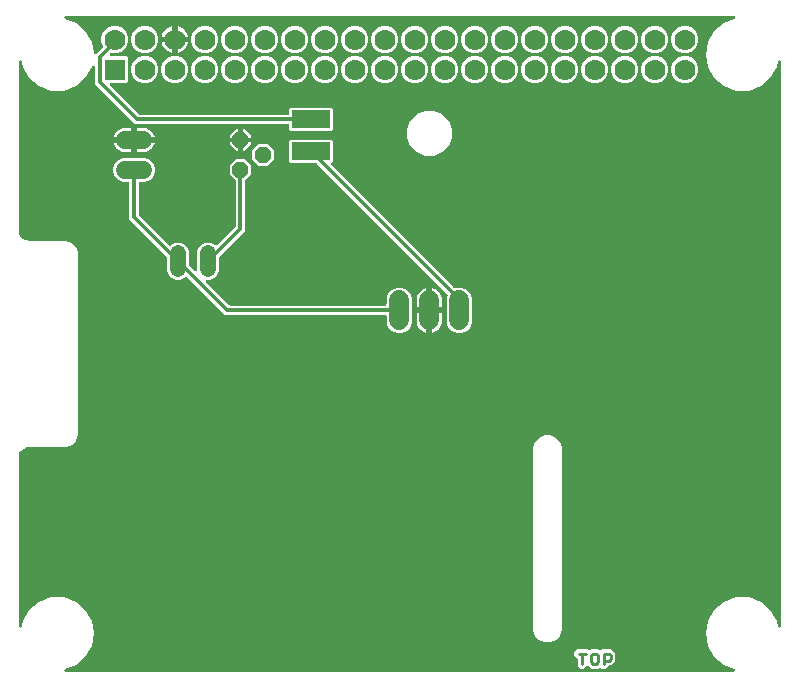
<source format=gbr>
G04 EAGLE Gerber RS-274X export*
G75*
%MOMM*%
%FSLAX34Y34*%
%LPD*%
%INTop Copper*%
%IPPOS*%
%AMOC8*
5,1,8,0,0,1.08239X$1,22.5*%
G01*
%ADD10C,0.254000*%
%ADD11R,1.778000X1.778000*%
%ADD12C,1.778000*%
%ADD13C,1.508000*%
%ADD14P,1.429621X8X292.500000*%
%ADD15C,1.320800*%
%ADD16C,1.676400*%
%ADD17R,3.200000X1.500000*%
%ADD18C,0.812800*%
%ADD19C,0.304800*%

G36*
X607873Y2553D02*
X607873Y2553D01*
X607970Y2556D01*
X608030Y2573D01*
X608092Y2581D01*
X608182Y2616D01*
X608276Y2643D01*
X608330Y2675D01*
X608387Y2698D01*
X608466Y2755D01*
X608550Y2804D01*
X608594Y2848D01*
X608645Y2884D01*
X608707Y2959D01*
X608776Y3028D01*
X608808Y3082D01*
X608848Y3129D01*
X608889Y3217D01*
X608939Y3301D01*
X608957Y3361D01*
X608983Y3417D01*
X609001Y3513D01*
X609029Y3606D01*
X609031Y3668D01*
X609043Y3729D01*
X609037Y3827D01*
X609040Y3924D01*
X609027Y3985D01*
X609023Y4047D01*
X608993Y4139D01*
X608972Y4235D01*
X608944Y4290D01*
X608925Y4349D01*
X608873Y4432D01*
X608829Y4519D01*
X608788Y4565D01*
X608755Y4618D01*
X608684Y4685D01*
X608620Y4758D01*
X608569Y4793D01*
X608523Y4836D01*
X608438Y4883D01*
X608358Y4938D01*
X608262Y4980D01*
X608245Y4990D01*
X608234Y4992D01*
X608210Y5003D01*
X599509Y8170D01*
X591267Y15086D01*
X585887Y24404D01*
X584019Y35000D01*
X585887Y45596D01*
X591267Y54914D01*
X599509Y61830D01*
X609620Y65510D01*
X620380Y65510D01*
X630491Y61830D01*
X638733Y54914D01*
X644113Y45596D01*
X644940Y40904D01*
X644954Y40858D01*
X644961Y40809D01*
X645001Y40706D01*
X645034Y40600D01*
X645060Y40559D01*
X645078Y40513D01*
X645143Y40424D01*
X645201Y40330D01*
X645236Y40296D01*
X645264Y40256D01*
X645350Y40185D01*
X645429Y40109D01*
X645472Y40084D01*
X645509Y40053D01*
X645609Y40006D01*
X645706Y39951D01*
X645753Y39939D01*
X645797Y39918D01*
X645906Y39897D01*
X646013Y39868D01*
X646062Y39867D01*
X646110Y39858D01*
X646220Y39865D01*
X646331Y39863D01*
X646378Y39875D01*
X646427Y39878D01*
X646532Y39912D01*
X646640Y39938D01*
X646683Y39961D01*
X646729Y39976D01*
X646823Y40035D01*
X646921Y40087D01*
X646957Y40120D01*
X646998Y40146D01*
X647074Y40227D01*
X647156Y40301D01*
X647183Y40342D01*
X647216Y40378D01*
X647270Y40475D01*
X647330Y40567D01*
X647346Y40613D01*
X647370Y40656D01*
X647397Y40763D01*
X647433Y40868D01*
X647437Y40917D01*
X647449Y40964D01*
X647459Y41125D01*
X647459Y518875D01*
X647453Y518924D01*
X647456Y518973D01*
X647433Y519081D01*
X647419Y519191D01*
X647401Y519236D01*
X647392Y519284D01*
X647343Y519384D01*
X647302Y519487D01*
X647274Y519526D01*
X647252Y519570D01*
X647181Y519654D01*
X647116Y519744D01*
X647078Y519775D01*
X647046Y519812D01*
X646956Y519876D01*
X646871Y519947D01*
X646826Y519968D01*
X646786Y519996D01*
X646683Y520035D01*
X646583Y520082D01*
X646535Y520091D01*
X646489Y520109D01*
X646379Y520121D01*
X646271Y520142D01*
X646222Y520139D01*
X646173Y520144D01*
X646064Y520129D01*
X645953Y520122D01*
X645907Y520107D01*
X645858Y520100D01*
X645756Y520058D01*
X645651Y520024D01*
X645609Y519998D01*
X645564Y519980D01*
X645476Y519913D01*
X645382Y519854D01*
X645348Y519818D01*
X645309Y519789D01*
X645240Y519703D01*
X645164Y519622D01*
X645140Y519580D01*
X645110Y519542D01*
X645064Y519441D01*
X645010Y519344D01*
X644998Y519297D01*
X644978Y519252D01*
X644940Y519096D01*
X644113Y514404D01*
X638733Y505086D01*
X630491Y498170D01*
X620380Y494490D01*
X609620Y494490D01*
X599509Y498170D01*
X591267Y505086D01*
X585887Y514404D01*
X584019Y525000D01*
X585887Y535596D01*
X591267Y544914D01*
X599509Y551830D01*
X608210Y554997D01*
X608297Y555042D01*
X608387Y555078D01*
X608438Y555114D01*
X608493Y555143D01*
X608566Y555207D01*
X608645Y555264D01*
X608684Y555312D01*
X608731Y555354D01*
X608785Y555434D01*
X608848Y555509D01*
X608874Y555566D01*
X608909Y555617D01*
X608942Y555709D01*
X608983Y555797D01*
X608995Y555858D01*
X609016Y555917D01*
X609025Y556014D01*
X609043Y556110D01*
X609039Y556172D01*
X609045Y556234D01*
X609029Y556330D01*
X609023Y556427D01*
X609004Y556486D01*
X608994Y556548D01*
X608955Y556637D01*
X608925Y556729D01*
X608892Y556782D01*
X608867Y556839D01*
X608807Y556916D01*
X608755Y556998D01*
X608710Y557041D01*
X608671Y557090D01*
X608594Y557149D01*
X608523Y557216D01*
X608469Y557246D01*
X608420Y557284D01*
X608330Y557323D01*
X608245Y557370D01*
X608185Y557385D01*
X608127Y557410D01*
X608031Y557425D01*
X607937Y557449D01*
X607833Y557456D01*
X607813Y557459D01*
X607802Y557458D01*
X607776Y557459D01*
X42224Y557459D01*
X42127Y557447D01*
X42030Y557444D01*
X41970Y557427D01*
X41908Y557419D01*
X41818Y557384D01*
X41724Y557357D01*
X41670Y557325D01*
X41613Y557302D01*
X41534Y557245D01*
X41450Y557196D01*
X41406Y557152D01*
X41355Y557116D01*
X41293Y557041D01*
X41224Y556972D01*
X41192Y556918D01*
X41152Y556871D01*
X41111Y556783D01*
X41061Y556699D01*
X41043Y556639D01*
X41017Y556583D01*
X40999Y556487D01*
X40971Y556394D01*
X40969Y556332D01*
X40957Y556271D01*
X40963Y556173D01*
X40960Y556076D01*
X40973Y556015D01*
X40977Y555953D01*
X41007Y555861D01*
X41028Y555765D01*
X41056Y555710D01*
X41075Y555651D01*
X41127Y555568D01*
X41171Y555481D01*
X41212Y555435D01*
X41245Y555382D01*
X41316Y555315D01*
X41380Y555242D01*
X41431Y555207D01*
X41477Y555164D01*
X41562Y555117D01*
X41642Y555062D01*
X41738Y555020D01*
X41755Y555010D01*
X41766Y555008D01*
X41790Y554997D01*
X50491Y551830D01*
X58733Y544914D01*
X64113Y535596D01*
X65729Y526429D01*
X65738Y526402D01*
X65740Y526373D01*
X65785Y526250D01*
X65823Y526126D01*
X65838Y526101D01*
X65848Y526074D01*
X65921Y525966D01*
X65990Y525855D01*
X66010Y525835D01*
X66026Y525811D01*
X66124Y525725D01*
X66218Y525634D01*
X66243Y525620D01*
X66265Y525601D01*
X66381Y525541D01*
X66495Y525477D01*
X66523Y525469D01*
X66548Y525456D01*
X66675Y525427D01*
X66802Y525393D01*
X66830Y525393D01*
X66858Y525386D01*
X66989Y525390D01*
X67120Y525388D01*
X67148Y525395D01*
X67176Y525396D01*
X67302Y525432D01*
X67429Y525463D01*
X67454Y525476D01*
X67482Y525484D01*
X67594Y525551D01*
X67710Y525612D01*
X67731Y525631D01*
X67756Y525646D01*
X67877Y525752D01*
X73216Y531092D01*
X73235Y531116D01*
X73257Y531135D01*
X73332Y531241D01*
X73411Y531343D01*
X73423Y531371D01*
X73440Y531395D01*
X73486Y531516D01*
X73538Y531635D01*
X73542Y531664D01*
X73553Y531692D01*
X73567Y531821D01*
X73588Y531949D01*
X73585Y531979D01*
X73588Y532008D01*
X73570Y532137D01*
X73558Y532266D01*
X73548Y532294D01*
X73544Y532323D01*
X73492Y532475D01*
X72269Y535426D01*
X72269Y539974D01*
X74009Y544175D01*
X77225Y547391D01*
X81426Y549131D01*
X85974Y549131D01*
X90175Y547391D01*
X93391Y544175D01*
X95131Y539974D01*
X95131Y535426D01*
X93391Y531225D01*
X90175Y528009D01*
X85974Y526269D01*
X81426Y526269D01*
X81124Y526395D01*
X81095Y526402D01*
X81069Y526416D01*
X80942Y526444D01*
X80817Y526479D01*
X80787Y526479D01*
X80759Y526485D01*
X80629Y526482D01*
X80499Y526484D01*
X80470Y526477D01*
X80441Y526476D01*
X80316Y526440D01*
X80190Y526409D01*
X80164Y526396D01*
X80135Y526387D01*
X80023Y526321D01*
X79909Y526261D01*
X79887Y526241D01*
X79861Y526226D01*
X79740Y526119D01*
X79518Y525897D01*
X79433Y525788D01*
X79345Y525681D01*
X79336Y525662D01*
X79324Y525646D01*
X79268Y525518D01*
X79209Y525393D01*
X79205Y525373D01*
X79197Y525354D01*
X79175Y525216D01*
X79149Y525080D01*
X79151Y525060D01*
X79147Y525040D01*
X79160Y524901D01*
X79169Y524763D01*
X79175Y524744D01*
X79177Y524724D01*
X79224Y524592D01*
X79267Y524461D01*
X79278Y524443D01*
X79285Y524424D01*
X79363Y524309D01*
X79437Y524192D01*
X79452Y524178D01*
X79463Y524161D01*
X79567Y524069D01*
X79669Y523974D01*
X79687Y523964D01*
X79702Y523951D01*
X79826Y523887D01*
X79947Y523820D01*
X79967Y523815D01*
X79985Y523806D01*
X80121Y523776D01*
X80255Y523741D01*
X80283Y523739D01*
X80295Y523736D01*
X80316Y523737D01*
X80416Y523731D01*
X93642Y523731D01*
X95131Y522242D01*
X95131Y502358D01*
X93642Y500869D01*
X80416Y500869D01*
X80278Y500852D01*
X80140Y500839D01*
X80121Y500832D01*
X80100Y500829D01*
X79971Y500778D01*
X79840Y500731D01*
X79824Y500720D01*
X79805Y500712D01*
X79693Y500631D01*
X79577Y500553D01*
X79564Y500537D01*
X79547Y500526D01*
X79459Y500418D01*
X79367Y500314D01*
X79358Y500296D01*
X79345Y500281D01*
X79285Y500155D01*
X79222Y500031D01*
X79218Y500011D01*
X79209Y499993D01*
X79183Y499857D01*
X79152Y499721D01*
X79153Y499700D01*
X79149Y499681D01*
X79158Y499542D01*
X79162Y499403D01*
X79168Y499383D01*
X79169Y499363D01*
X79212Y499231D01*
X79251Y499097D01*
X79261Y499080D01*
X79267Y499061D01*
X79341Y498943D01*
X79412Y498823D01*
X79431Y498802D01*
X79437Y498792D01*
X79452Y498778D01*
X79518Y498703D01*
X103785Y474436D01*
X103863Y474376D01*
X103935Y474308D01*
X103988Y474279D01*
X104036Y474242D01*
X104127Y474202D01*
X104213Y474154D01*
X104272Y474139D01*
X104328Y474115D01*
X104426Y474100D01*
X104521Y474075D01*
X104621Y474069D01*
X104642Y474065D01*
X104654Y474067D01*
X104682Y474065D01*
X230190Y474065D01*
X230308Y474080D01*
X230427Y474087D01*
X230465Y474100D01*
X230506Y474105D01*
X230616Y474148D01*
X230729Y474185D01*
X230764Y474207D01*
X230801Y474222D01*
X230897Y474291D01*
X230998Y474355D01*
X231026Y474385D01*
X231059Y474408D01*
X231135Y474500D01*
X231216Y474587D01*
X231236Y474622D01*
X231261Y474653D01*
X231312Y474761D01*
X231370Y474865D01*
X231380Y474905D01*
X231397Y474941D01*
X231419Y475058D01*
X231449Y475173D01*
X231453Y475233D01*
X231457Y475253D01*
X231455Y475274D01*
X231459Y475334D01*
X231459Y478552D01*
X232948Y480041D01*
X267052Y480041D01*
X268541Y478552D01*
X268541Y461448D01*
X267052Y459959D01*
X232948Y459959D01*
X231459Y461448D01*
X231459Y464666D01*
X231444Y464784D01*
X231437Y464903D01*
X231424Y464941D01*
X231419Y464982D01*
X231376Y465092D01*
X231339Y465205D01*
X231317Y465240D01*
X231302Y465277D01*
X231233Y465373D01*
X231169Y465474D01*
X231139Y465502D01*
X231116Y465535D01*
X231024Y465611D01*
X230937Y465692D01*
X230902Y465712D01*
X230871Y465737D01*
X230763Y465788D01*
X230659Y465846D01*
X230619Y465856D01*
X230583Y465873D01*
X230466Y465895D01*
X230351Y465925D01*
X230291Y465929D01*
X230271Y465933D01*
X230250Y465931D01*
X230190Y465935D01*
X100789Y465935D01*
X66681Y500043D01*
X66681Y514463D01*
X66675Y514512D01*
X66678Y514560D01*
X66655Y514669D01*
X66641Y514779D01*
X66623Y514824D01*
X66614Y514872D01*
X66565Y514971D01*
X66524Y515074D01*
X66496Y515114D01*
X66474Y515158D01*
X66403Y515242D01*
X66338Y515332D01*
X66300Y515363D01*
X66268Y515400D01*
X66178Y515464D01*
X66093Y515534D01*
X66048Y515555D01*
X66008Y515584D01*
X65905Y515623D01*
X65805Y515670D01*
X65757Y515679D01*
X65711Y515697D01*
X65601Y515709D01*
X65493Y515730D01*
X65444Y515727D01*
X65395Y515732D01*
X65286Y515717D01*
X65175Y515710D01*
X65129Y515695D01*
X65080Y515688D01*
X64978Y515646D01*
X64873Y515612D01*
X64831Y515586D01*
X64786Y515567D01*
X64697Y515501D01*
X64604Y515442D01*
X64570Y515406D01*
X64531Y515377D01*
X64462Y515291D01*
X64386Y515210D01*
X64362Y515167D01*
X64332Y515129D01*
X64286Y515029D01*
X64232Y514932D01*
X64220Y514884D01*
X64200Y514840D01*
X64162Y514683D01*
X64113Y514404D01*
X58733Y505086D01*
X50491Y498170D01*
X40380Y494490D01*
X29620Y494490D01*
X19509Y498170D01*
X11267Y505086D01*
X5887Y514404D01*
X5060Y519096D01*
X5046Y519142D01*
X5039Y519191D01*
X4999Y519294D01*
X4966Y519400D01*
X4940Y519441D01*
X4922Y519487D01*
X4857Y519576D01*
X4799Y519670D01*
X4764Y519704D01*
X4736Y519744D01*
X4650Y519815D01*
X4571Y519891D01*
X4528Y519916D01*
X4491Y519947D01*
X4391Y519994D01*
X4294Y520049D01*
X4247Y520061D01*
X4203Y520082D01*
X4094Y520103D01*
X3987Y520132D01*
X3938Y520133D01*
X3890Y520142D01*
X3780Y520135D01*
X3669Y520137D01*
X3622Y520125D01*
X3573Y520122D01*
X3468Y520088D01*
X3360Y520062D01*
X3317Y520039D01*
X3271Y520024D01*
X3177Y519965D01*
X3079Y519913D01*
X3043Y519880D01*
X3002Y519854D01*
X2926Y519773D01*
X2844Y519699D01*
X2817Y519658D01*
X2784Y519622D01*
X2731Y519526D01*
X2670Y519433D01*
X2654Y519387D01*
X2630Y519344D01*
X2603Y519237D01*
X2567Y519132D01*
X2563Y519083D01*
X2551Y519036D01*
X2541Y518875D01*
X2541Y375000D01*
X2543Y374980D01*
X2547Y374875D01*
X2666Y373668D01*
X2689Y373564D01*
X2704Y373459D01*
X2732Y373379D01*
X2736Y373358D01*
X2744Y373344D01*
X2756Y373307D01*
X3681Y371075D01*
X3685Y371067D01*
X3688Y371058D01*
X3764Y370928D01*
X3838Y370799D01*
X3845Y370792D01*
X3849Y370784D01*
X3956Y370664D01*
X5663Y368956D01*
X5671Y368950D01*
X5677Y368943D01*
X5796Y368853D01*
X5915Y368761D01*
X5923Y368757D01*
X5931Y368751D01*
X6075Y368681D01*
X8307Y367756D01*
X8409Y367728D01*
X8509Y367692D01*
X8592Y367678D01*
X8613Y367672D01*
X8629Y367672D01*
X8668Y367666D01*
X9876Y367547D01*
X9895Y367547D01*
X10000Y367541D01*
X42495Y367541D01*
X47104Y365632D01*
X50632Y362104D01*
X52541Y357495D01*
X52541Y202505D01*
X50632Y197896D01*
X47104Y194368D01*
X42495Y192459D01*
X10000Y192459D01*
X9980Y192457D01*
X9876Y192453D01*
X8668Y192334D01*
X8564Y192311D01*
X8459Y192296D01*
X8379Y192268D01*
X8358Y192264D01*
X8344Y192256D01*
X8307Y192244D01*
X6075Y191319D01*
X6067Y191315D01*
X6058Y191312D01*
X5928Y191236D01*
X5799Y191162D01*
X5792Y191155D01*
X5784Y191151D01*
X5664Y191044D01*
X3956Y189336D01*
X3950Y189329D01*
X3943Y189323D01*
X3853Y189204D01*
X3761Y189085D01*
X3757Y189077D01*
X3751Y189069D01*
X3681Y188925D01*
X2756Y186693D01*
X2728Y186591D01*
X2692Y186491D01*
X2678Y186408D01*
X2672Y186387D01*
X2672Y186371D01*
X2666Y186332D01*
X2547Y185124D01*
X2547Y185105D01*
X2541Y185000D01*
X2541Y41125D01*
X2547Y41076D01*
X2544Y41027D01*
X2567Y40919D01*
X2581Y40809D01*
X2599Y40764D01*
X2608Y40716D01*
X2657Y40616D01*
X2698Y40513D01*
X2726Y40474D01*
X2748Y40430D01*
X2819Y40346D01*
X2884Y40256D01*
X2922Y40225D01*
X2954Y40188D01*
X3044Y40124D01*
X3129Y40053D01*
X3174Y40033D01*
X3214Y40004D01*
X3317Y39965D01*
X3417Y39918D01*
X3465Y39909D01*
X3511Y39891D01*
X3621Y39879D01*
X3729Y39858D01*
X3778Y39861D01*
X3827Y39856D01*
X3936Y39871D01*
X4047Y39878D01*
X4093Y39893D01*
X4142Y39900D01*
X4244Y39942D01*
X4349Y39976D01*
X4391Y40002D01*
X4436Y40021D01*
X4524Y40087D01*
X4618Y40146D01*
X4652Y40182D01*
X4691Y40211D01*
X4760Y40297D01*
X4836Y40378D01*
X4860Y40420D01*
X4890Y40458D01*
X4936Y40559D01*
X4990Y40656D01*
X5002Y40703D01*
X5022Y40748D01*
X5060Y40904D01*
X5887Y45596D01*
X11267Y54914D01*
X19509Y61830D01*
X29620Y65510D01*
X40380Y65510D01*
X50491Y61830D01*
X58733Y54914D01*
X64113Y45596D01*
X65981Y35000D01*
X64113Y24404D01*
X58733Y15086D01*
X50491Y8170D01*
X41790Y5003D01*
X41703Y4958D01*
X41613Y4922D01*
X41562Y4886D01*
X41507Y4857D01*
X41434Y4793D01*
X41355Y4736D01*
X41315Y4688D01*
X41269Y4646D01*
X41215Y4566D01*
X41152Y4491D01*
X41126Y4434D01*
X41091Y4383D01*
X41058Y4291D01*
X41017Y4203D01*
X41005Y4142D01*
X40984Y4083D01*
X40975Y3986D01*
X40957Y3890D01*
X40961Y3828D01*
X40955Y3766D01*
X40971Y3670D01*
X40977Y3573D01*
X40996Y3514D01*
X41006Y3452D01*
X41045Y3363D01*
X41075Y3271D01*
X41108Y3218D01*
X41133Y3161D01*
X41193Y3084D01*
X41245Y3002D01*
X41290Y2959D01*
X41329Y2910D01*
X41406Y2851D01*
X41477Y2784D01*
X41531Y2754D01*
X41580Y2716D01*
X41670Y2677D01*
X41755Y2630D01*
X41815Y2615D01*
X41873Y2590D01*
X41969Y2575D01*
X42063Y2551D01*
X42167Y2544D01*
X42187Y2541D01*
X42198Y2542D01*
X42224Y2541D01*
X607776Y2541D01*
X607873Y2553D01*
G37*
%LPC*%
G36*
X322427Y289095D02*
X322427Y289095D01*
X318413Y290758D01*
X315340Y293831D01*
X313677Y297845D01*
X313677Y303066D01*
X313662Y303184D01*
X313655Y303303D01*
X313642Y303341D01*
X313637Y303382D01*
X313594Y303492D01*
X313557Y303605D01*
X313535Y303640D01*
X313520Y303677D01*
X313451Y303773D01*
X313387Y303874D01*
X313357Y303902D01*
X313334Y303935D01*
X313242Y304011D01*
X313155Y304092D01*
X313120Y304112D01*
X313089Y304137D01*
X312981Y304188D01*
X312877Y304246D01*
X312837Y304256D01*
X312801Y304273D01*
X312684Y304295D01*
X312569Y304325D01*
X312509Y304329D01*
X312489Y304333D01*
X312468Y304331D01*
X312408Y304335D01*
X177216Y304335D01*
X145092Y336460D01*
X144997Y336533D01*
X144908Y336612D01*
X144872Y336630D01*
X144840Y336655D01*
X144731Y336702D01*
X144625Y336756D01*
X144586Y336765D01*
X144548Y336781D01*
X144431Y336800D01*
X144315Y336826D01*
X144274Y336825D01*
X144234Y336831D01*
X144116Y336820D01*
X143997Y336816D01*
X143958Y336805D01*
X143918Y336801D01*
X143806Y336761D01*
X143691Y336728D01*
X143657Y336707D01*
X143618Y336694D01*
X143520Y336627D01*
X143417Y336566D01*
X143372Y336527D01*
X143355Y336515D01*
X143342Y336500D01*
X143297Y336460D01*
X142480Y335643D01*
X139119Y334251D01*
X135481Y334251D01*
X132120Y335643D01*
X129547Y338216D01*
X128155Y341577D01*
X128155Y352871D01*
X128143Y352969D01*
X128140Y353068D01*
X128123Y353126D01*
X128115Y353186D01*
X128079Y353278D01*
X128051Y353373D01*
X128021Y353426D01*
X127998Y353482D01*
X127940Y353562D01*
X127890Y353647D01*
X127824Y353723D01*
X127812Y353739D01*
X127802Y353747D01*
X127784Y353768D01*
X95935Y385616D01*
X95935Y415950D01*
X95920Y416068D01*
X95913Y416187D01*
X95900Y416225D01*
X95895Y416266D01*
X95852Y416376D01*
X95815Y416489D01*
X95793Y416524D01*
X95778Y416561D01*
X95709Y416657D01*
X95645Y416758D01*
X95615Y416786D01*
X95592Y416819D01*
X95500Y416895D01*
X95413Y416976D01*
X95378Y416996D01*
X95347Y417021D01*
X95239Y417072D01*
X95135Y417130D01*
X95095Y417140D01*
X95059Y417157D01*
X94942Y417179D01*
X94827Y417209D01*
X94767Y417213D01*
X94747Y417217D01*
X94726Y417215D01*
X94666Y417219D01*
X90455Y417219D01*
X86750Y418754D01*
X83914Y421590D01*
X82379Y425295D01*
X82379Y429305D01*
X83914Y433010D01*
X86750Y435846D01*
X90455Y437381D01*
X109545Y437381D01*
X113250Y435846D01*
X116086Y433010D01*
X117621Y429305D01*
X117621Y425295D01*
X116086Y421590D01*
X113250Y418754D01*
X109545Y417219D01*
X105334Y417219D01*
X105216Y417204D01*
X105097Y417197D01*
X105059Y417184D01*
X105018Y417179D01*
X104908Y417136D01*
X104795Y417099D01*
X104760Y417077D01*
X104723Y417062D01*
X104627Y416993D01*
X104526Y416929D01*
X104498Y416899D01*
X104465Y416876D01*
X104389Y416784D01*
X104308Y416697D01*
X104288Y416662D01*
X104263Y416631D01*
X104212Y416523D01*
X104154Y416419D01*
X104144Y416379D01*
X104127Y416343D01*
X104105Y416226D01*
X104075Y416111D01*
X104071Y416051D01*
X104067Y416031D01*
X104069Y416010D01*
X104065Y415950D01*
X104065Y389509D01*
X104077Y389411D01*
X104080Y389312D01*
X104097Y389254D01*
X104105Y389194D01*
X104141Y389102D01*
X104169Y389007D01*
X104199Y388955D01*
X104222Y388898D01*
X104280Y388818D01*
X104330Y388733D01*
X104396Y388657D01*
X104408Y388641D01*
X104418Y388633D01*
X104436Y388612D01*
X129508Y363540D01*
X129603Y363467D01*
X129692Y363388D01*
X129728Y363370D01*
X129760Y363345D01*
X129869Y363298D01*
X129975Y363244D01*
X130014Y363235D01*
X130052Y363219D01*
X130169Y363200D01*
X130285Y363174D01*
X130326Y363175D01*
X130366Y363169D01*
X130484Y363180D01*
X130603Y363184D01*
X130642Y363195D01*
X130682Y363199D01*
X130794Y363239D01*
X130909Y363272D01*
X130943Y363293D01*
X130982Y363306D01*
X131080Y363373D01*
X131183Y363434D01*
X131228Y363473D01*
X131245Y363485D01*
X131258Y363500D01*
X131303Y363540D01*
X132120Y364357D01*
X135481Y365749D01*
X139119Y365749D01*
X142480Y364357D01*
X145053Y361784D01*
X146445Y358423D01*
X146445Y347129D01*
X146457Y347031D01*
X146460Y346932D01*
X146477Y346874D01*
X146485Y346814D01*
X146521Y346722D01*
X146549Y346627D01*
X146579Y346574D01*
X146602Y346518D01*
X146660Y346438D01*
X146710Y346353D01*
X146776Y346277D01*
X146788Y346261D01*
X146798Y346253D01*
X146816Y346232D01*
X151389Y341660D01*
X151498Y341575D01*
X151605Y341486D01*
X151624Y341477D01*
X151640Y341465D01*
X151768Y341409D01*
X151893Y341350D01*
X151913Y341347D01*
X151932Y341339D01*
X152070Y341317D01*
X152206Y341291D01*
X152226Y341292D01*
X152246Y341289D01*
X152385Y341302D01*
X152523Y341310D01*
X152542Y341317D01*
X152562Y341319D01*
X152694Y341366D01*
X152825Y341408D01*
X152843Y341419D01*
X152862Y341426D01*
X152977Y341504D01*
X153094Y341579D01*
X153108Y341593D01*
X153125Y341605D01*
X153217Y341709D01*
X153312Y341810D01*
X153322Y341828D01*
X153335Y341843D01*
X153399Y341967D01*
X153466Y342089D01*
X153471Y342108D01*
X153480Y342126D01*
X153510Y342262D01*
X153545Y342397D01*
X153547Y342425D01*
X153550Y342437D01*
X153549Y342457D01*
X153555Y342557D01*
X153555Y358423D01*
X154947Y361784D01*
X157520Y364357D01*
X160881Y365749D01*
X164519Y365749D01*
X167880Y364357D01*
X168697Y363540D01*
X168791Y363467D01*
X168880Y363388D01*
X168916Y363370D01*
X168948Y363345D01*
X169057Y363298D01*
X169163Y363244D01*
X169203Y363235D01*
X169240Y363219D01*
X169358Y363200D01*
X169473Y363174D01*
X169514Y363175D01*
X169554Y363169D01*
X169672Y363180D01*
X169791Y363184D01*
X169830Y363195D01*
X169870Y363199D01*
X169983Y363239D01*
X170097Y363272D01*
X170132Y363293D01*
X170170Y363306D01*
X170268Y363373D01*
X170371Y363434D01*
X170416Y363473D01*
X170433Y363485D01*
X170446Y363500D01*
X170492Y363540D01*
X185564Y378612D01*
X185624Y378690D01*
X185692Y378762D01*
X185712Y378798D01*
X185736Y378827D01*
X185744Y378845D01*
X185758Y378863D01*
X185798Y378954D01*
X185846Y379041D01*
X185857Y379083D01*
X185872Y379115D01*
X185875Y379132D01*
X185885Y379155D01*
X185900Y379253D01*
X185925Y379349D01*
X185929Y379418D01*
X185931Y379427D01*
X185931Y379437D01*
X185931Y379449D01*
X185935Y379469D01*
X185933Y379481D01*
X185935Y379509D01*
X185935Y417906D01*
X185923Y418005D01*
X185920Y418104D01*
X185903Y418162D01*
X185895Y418222D01*
X185859Y418314D01*
X185831Y418409D01*
X185801Y418461D01*
X185778Y418518D01*
X185720Y418598D01*
X185670Y418683D01*
X185604Y418758D01*
X185592Y418775D01*
X185582Y418783D01*
X185564Y418804D01*
X180855Y423512D01*
X180855Y431088D01*
X186212Y436445D01*
X193788Y436445D01*
X199145Y431088D01*
X199145Y423512D01*
X194436Y418804D01*
X194376Y418726D01*
X194308Y418654D01*
X194279Y418601D01*
X194242Y418553D01*
X194202Y418462D01*
X194154Y418375D01*
X194139Y418316D01*
X194115Y418261D01*
X194100Y418163D01*
X194075Y418067D01*
X194069Y417967D01*
X194065Y417947D01*
X194067Y417934D01*
X194065Y417906D01*
X194065Y375616D01*
X191312Y372864D01*
X172216Y353768D01*
X172156Y353690D01*
X172088Y353618D01*
X172059Y353565D01*
X172022Y353517D01*
X171982Y353426D01*
X171934Y353339D01*
X171919Y353281D01*
X171895Y353225D01*
X171880Y353127D01*
X171855Y353031D01*
X171850Y352946D01*
X171847Y352934D01*
X171848Y352926D01*
X171845Y352911D01*
X171847Y352899D01*
X171845Y352871D01*
X171845Y341577D01*
X170453Y338216D01*
X167880Y335643D01*
X164519Y334251D01*
X161861Y334251D01*
X161724Y334234D01*
X161585Y334221D01*
X161566Y334214D01*
X161546Y334211D01*
X161417Y334160D01*
X161286Y334113D01*
X161269Y334102D01*
X161250Y334094D01*
X161138Y334013D01*
X161023Y333935D01*
X161009Y333919D01*
X160993Y333908D01*
X160904Y333800D01*
X160812Y333696D01*
X160803Y333678D01*
X160790Y333663D01*
X160731Y333537D01*
X160668Y333413D01*
X160663Y333393D01*
X160654Y333375D01*
X160628Y333239D01*
X160598Y333103D01*
X160598Y333082D01*
X160595Y333063D01*
X160603Y332924D01*
X160608Y332785D01*
X160613Y332765D01*
X160614Y332745D01*
X160657Y332613D01*
X160696Y332479D01*
X160706Y332462D01*
X160712Y332443D01*
X160787Y332325D01*
X160857Y332205D01*
X160876Y332184D01*
X160883Y332174D01*
X160897Y332160D01*
X160964Y332085D01*
X180212Y312836D01*
X180290Y312776D01*
X180362Y312708D01*
X180415Y312679D01*
X180463Y312642D01*
X180554Y312602D01*
X180641Y312554D01*
X180699Y312539D01*
X180755Y312515D01*
X180853Y312500D01*
X180949Y312475D01*
X181049Y312469D01*
X181069Y312465D01*
X181081Y312467D01*
X181109Y312465D01*
X312408Y312465D01*
X312526Y312480D01*
X312645Y312487D01*
X312683Y312500D01*
X312724Y312505D01*
X312834Y312548D01*
X312947Y312585D01*
X312982Y312607D01*
X313019Y312622D01*
X313115Y312691D01*
X313216Y312755D01*
X313244Y312785D01*
X313277Y312808D01*
X313353Y312900D01*
X313434Y312987D01*
X313454Y313022D01*
X313479Y313053D01*
X313530Y313161D01*
X313588Y313265D01*
X313598Y313305D01*
X313615Y313341D01*
X313637Y313458D01*
X313667Y313573D01*
X313671Y313633D01*
X313675Y313653D01*
X313673Y313674D01*
X313677Y313734D01*
X313677Y318955D01*
X315340Y322969D01*
X318413Y326042D01*
X322427Y327705D01*
X326773Y327705D01*
X330787Y326042D01*
X333860Y322969D01*
X335523Y318955D01*
X335523Y297845D01*
X333860Y293831D01*
X330787Y290758D01*
X326773Y289095D01*
X322427Y289095D01*
G37*
%LPD*%
%LPC*%
G36*
X447505Y27459D02*
X447505Y27459D01*
X442896Y29368D01*
X439368Y32896D01*
X437459Y37505D01*
X437459Y192495D01*
X439368Y197104D01*
X442896Y200632D01*
X447505Y202541D01*
X452495Y202541D01*
X457104Y200632D01*
X460632Y197104D01*
X462541Y192495D01*
X462541Y37505D01*
X460632Y32896D01*
X457104Y29368D01*
X452495Y27459D01*
X447505Y27459D01*
G37*
%LPD*%
%LPC*%
G36*
X373227Y289095D02*
X373227Y289095D01*
X369213Y290758D01*
X366140Y293831D01*
X364477Y297845D01*
X364477Y318955D01*
X365271Y320872D01*
X365279Y320900D01*
X365293Y320927D01*
X365321Y321054D01*
X365355Y321179D01*
X365356Y321208D01*
X365362Y321237D01*
X365358Y321367D01*
X365360Y321497D01*
X365354Y321525D01*
X365353Y321555D01*
X365317Y321680D01*
X365286Y321806D01*
X365272Y321832D01*
X365264Y321860D01*
X365198Y321972D01*
X365138Y322087D01*
X365118Y322109D01*
X365103Y322134D01*
X364996Y322255D01*
X254664Y432588D01*
X254586Y432648D01*
X254514Y432716D01*
X254461Y432745D01*
X254413Y432782D01*
X254322Y432822D01*
X254235Y432870D01*
X254177Y432885D01*
X254121Y432909D01*
X254023Y432924D01*
X253927Y432949D01*
X253827Y432955D01*
X253807Y432959D01*
X253795Y432957D01*
X253767Y432959D01*
X232948Y432959D01*
X231459Y434448D01*
X231459Y451552D01*
X232948Y453041D01*
X267052Y453041D01*
X268541Y451552D01*
X268541Y434448D01*
X267318Y433225D01*
X267245Y433131D01*
X267167Y433042D01*
X267148Y433006D01*
X267123Y432974D01*
X267076Y432865D01*
X267022Y432759D01*
X267013Y432719D01*
X266997Y432682D01*
X266978Y432564D01*
X266952Y432448D01*
X266953Y432408D01*
X266947Y432368D01*
X266958Y432249D01*
X266962Y432130D01*
X266973Y432092D01*
X266977Y432051D01*
X267017Y431939D01*
X267050Y431825D01*
X267071Y431790D01*
X267085Y431752D01*
X267151Y431654D01*
X267212Y431551D01*
X267252Y431506D01*
X267263Y431489D01*
X267278Y431475D01*
X267318Y431430D01*
X371084Y327665D01*
X371107Y327647D01*
X371126Y327624D01*
X371232Y327550D01*
X371335Y327470D01*
X371362Y327458D01*
X371386Y327441D01*
X371507Y327395D01*
X371627Y327344D01*
X371656Y327339D01*
X371683Y327328D01*
X371812Y327314D01*
X371941Y327294D01*
X371970Y327296D01*
X372000Y327293D01*
X372128Y327311D01*
X372257Y327324D01*
X372285Y327334D01*
X372314Y327338D01*
X372467Y327390D01*
X373227Y327705D01*
X377573Y327705D01*
X381587Y326042D01*
X384660Y322969D01*
X386323Y318955D01*
X386323Y297845D01*
X384660Y293831D01*
X381587Y290758D01*
X377573Y289095D01*
X373227Y289095D01*
G37*
%LPD*%
%LPC*%
G36*
X346211Y439209D02*
X346211Y439209D01*
X339209Y442110D01*
X333850Y447469D01*
X330949Y454471D01*
X330949Y462049D01*
X333850Y469051D01*
X339209Y474410D01*
X346211Y477311D01*
X353789Y477311D01*
X360791Y474410D01*
X366150Y469051D01*
X369051Y462049D01*
X369051Y454471D01*
X366150Y447469D01*
X360791Y442110D01*
X353789Y439209D01*
X346211Y439209D01*
G37*
%LPD*%
%LPC*%
G36*
X491335Y5094D02*
X491335Y5094D01*
X486812Y5094D01*
X484767Y7139D01*
X484673Y7212D01*
X484584Y7291D01*
X484548Y7309D01*
X484516Y7334D01*
X484407Y7381D01*
X484301Y7436D01*
X484261Y7444D01*
X484224Y7460D01*
X484106Y7479D01*
X483990Y7505D01*
X483950Y7504D01*
X483910Y7510D01*
X483791Y7499D01*
X483673Y7496D01*
X483634Y7484D01*
X483593Y7480D01*
X483481Y7440D01*
X483367Y7407D01*
X483332Y7387D01*
X483294Y7373D01*
X483195Y7306D01*
X483093Y7246D01*
X483048Y7206D01*
X483031Y7194D01*
X483018Y7179D01*
X482972Y7139D01*
X480927Y5094D01*
X477771Y5094D01*
X475538Y7327D01*
X475538Y12733D01*
X475526Y12831D01*
X475523Y12930D01*
X475506Y12988D01*
X475498Y13048D01*
X475462Y13140D01*
X475434Y13235D01*
X475404Y13287D01*
X475381Y13344D01*
X475323Y13424D01*
X475273Y13509D01*
X475207Y13585D01*
X475195Y13601D01*
X475185Y13609D01*
X475166Y13630D01*
X472572Y16224D01*
X472572Y19381D01*
X474805Y21613D01*
X483893Y21613D01*
X484455Y21051D01*
X484549Y20979D01*
X484639Y20900D01*
X484675Y20881D01*
X484706Y20856D01*
X484816Y20809D01*
X484922Y20755D01*
X484961Y20746D01*
X484998Y20730D01*
X485116Y20711D01*
X485232Y20685D01*
X485272Y20687D01*
X485312Y20680D01*
X485431Y20691D01*
X485550Y20695D01*
X485589Y20706D01*
X485629Y20710D01*
X485741Y20750D01*
X485855Y20783D01*
X485890Y20804D01*
X485928Y20818D01*
X486027Y20884D01*
X486129Y20945D01*
X486175Y20985D01*
X486191Y20996D01*
X486205Y21011D01*
X486250Y21051D01*
X486812Y21613D01*
X488369Y21613D01*
X490494Y21613D01*
X490495Y21613D01*
X492935Y21613D01*
X493497Y21051D01*
X493591Y20978D01*
X493680Y20900D01*
X493716Y20881D01*
X493748Y20856D01*
X493857Y20809D01*
X493963Y20755D01*
X494003Y20746D01*
X494040Y20730D01*
X494158Y20711D01*
X494274Y20685D01*
X494314Y20687D01*
X494354Y20680D01*
X494473Y20691D01*
X494592Y20695D01*
X494630Y20706D01*
X494671Y20710D01*
X494783Y20750D01*
X494897Y20783D01*
X494932Y20804D01*
X494970Y20818D01*
X495068Y20884D01*
X495171Y20945D01*
X495216Y20985D01*
X495233Y20996D01*
X495247Y21011D01*
X495292Y21051D01*
X495854Y21613D01*
X503460Y21613D01*
X507175Y17898D01*
X507175Y11775D01*
X503460Y8060D01*
X502502Y8060D01*
X502404Y8048D01*
X502305Y8045D01*
X502247Y8028D01*
X502187Y8020D01*
X502095Y7984D01*
X502000Y7956D01*
X501947Y7926D01*
X501891Y7903D01*
X501811Y7845D01*
X501726Y7795D01*
X501650Y7728D01*
X501634Y7716D01*
X501626Y7707D01*
X501605Y7688D01*
X499011Y5094D01*
X495854Y5094D01*
X495292Y5656D01*
X495198Y5729D01*
X495109Y5808D01*
X495073Y5826D01*
X495041Y5851D01*
X494931Y5899D01*
X494825Y5953D01*
X494786Y5961D01*
X494749Y5978D01*
X494631Y5996D01*
X494515Y6022D01*
X494475Y6021D01*
X494435Y6027D01*
X494316Y6016D01*
X494197Y6013D01*
X494158Y6001D01*
X494118Y5998D01*
X494006Y5957D01*
X493892Y5924D01*
X493857Y5904D01*
X493819Y5890D01*
X493720Y5823D01*
X493618Y5763D01*
X493573Y5723D01*
X493556Y5711D01*
X493542Y5696D01*
X493497Y5656D01*
X492935Y5094D01*
X491335Y5094D01*
G37*
%LPD*%
%LPC*%
G36*
X284626Y526269D02*
X284626Y526269D01*
X280425Y528009D01*
X277209Y531225D01*
X275469Y535426D01*
X275469Y539974D01*
X277209Y544175D01*
X280425Y547391D01*
X284626Y549131D01*
X289174Y549131D01*
X293375Y547391D01*
X296591Y544175D01*
X298331Y539974D01*
X298331Y535426D01*
X296591Y531225D01*
X293375Y528009D01*
X289174Y526269D01*
X284626Y526269D01*
G37*
%LPD*%
%LPC*%
G36*
X233826Y526269D02*
X233826Y526269D01*
X229625Y528009D01*
X226409Y531225D01*
X224669Y535426D01*
X224669Y539974D01*
X226409Y544175D01*
X229625Y547391D01*
X233826Y549131D01*
X238374Y549131D01*
X242575Y547391D01*
X245791Y544175D01*
X247531Y539974D01*
X247531Y535426D01*
X245791Y531225D01*
X242575Y528009D01*
X238374Y526269D01*
X233826Y526269D01*
G37*
%LPD*%
%LPC*%
G36*
X386226Y526269D02*
X386226Y526269D01*
X382025Y528009D01*
X378809Y531225D01*
X377069Y535426D01*
X377069Y539974D01*
X378809Y544175D01*
X382025Y547391D01*
X386226Y549131D01*
X390774Y549131D01*
X394975Y547391D01*
X398191Y544175D01*
X399931Y539974D01*
X399931Y535426D01*
X398191Y531225D01*
X394975Y528009D01*
X390774Y526269D01*
X386226Y526269D01*
G37*
%LPD*%
%LPC*%
G36*
X360826Y526269D02*
X360826Y526269D01*
X356625Y528009D01*
X353409Y531225D01*
X351669Y535426D01*
X351669Y539974D01*
X353409Y544175D01*
X356625Y547391D01*
X360826Y549131D01*
X365374Y549131D01*
X369575Y547391D01*
X372791Y544175D01*
X374531Y539974D01*
X374531Y535426D01*
X372791Y531225D01*
X369575Y528009D01*
X365374Y526269D01*
X360826Y526269D01*
G37*
%LPD*%
%LPC*%
G36*
X335426Y526269D02*
X335426Y526269D01*
X331225Y528009D01*
X328009Y531225D01*
X326269Y535426D01*
X326269Y539974D01*
X328009Y544175D01*
X331225Y547391D01*
X335426Y549131D01*
X339974Y549131D01*
X344175Y547391D01*
X347391Y544175D01*
X349131Y539974D01*
X349131Y535426D01*
X347391Y531225D01*
X344175Y528009D01*
X339974Y526269D01*
X335426Y526269D01*
G37*
%LPD*%
%LPC*%
G36*
X310026Y526269D02*
X310026Y526269D01*
X305825Y528009D01*
X302609Y531225D01*
X300869Y535426D01*
X300869Y539974D01*
X302609Y544175D01*
X305825Y547391D01*
X310026Y549131D01*
X314574Y549131D01*
X318775Y547391D01*
X321991Y544175D01*
X323731Y539974D01*
X323731Y535426D01*
X321991Y531225D01*
X318775Y528009D01*
X314574Y526269D01*
X310026Y526269D01*
G37*
%LPD*%
%LPC*%
G36*
X259226Y526269D02*
X259226Y526269D01*
X255025Y528009D01*
X251809Y531225D01*
X250069Y535426D01*
X250069Y539974D01*
X251809Y544175D01*
X255025Y547391D01*
X259226Y549131D01*
X263774Y549131D01*
X267975Y547391D01*
X271191Y544175D01*
X272931Y539974D01*
X272931Y535426D01*
X271191Y531225D01*
X267975Y528009D01*
X263774Y526269D01*
X259226Y526269D01*
G37*
%LPD*%
%LPC*%
G36*
X538626Y526269D02*
X538626Y526269D01*
X534425Y528009D01*
X531209Y531225D01*
X529469Y535426D01*
X529469Y539974D01*
X531209Y544175D01*
X534425Y547391D01*
X538626Y549131D01*
X543174Y549131D01*
X547375Y547391D01*
X550591Y544175D01*
X552331Y539974D01*
X552331Y535426D01*
X550591Y531225D01*
X547375Y528009D01*
X543174Y526269D01*
X538626Y526269D01*
G37*
%LPD*%
%LPC*%
G36*
X208426Y526269D02*
X208426Y526269D01*
X204225Y528009D01*
X201009Y531225D01*
X199269Y535426D01*
X199269Y539974D01*
X201009Y544175D01*
X204225Y547391D01*
X208426Y549131D01*
X212974Y549131D01*
X217175Y547391D01*
X220391Y544175D01*
X222131Y539974D01*
X222131Y535426D01*
X220391Y531225D01*
X217175Y528009D01*
X212974Y526269D01*
X208426Y526269D01*
G37*
%LPD*%
%LPC*%
G36*
X183026Y526269D02*
X183026Y526269D01*
X178825Y528009D01*
X175609Y531225D01*
X173869Y535426D01*
X173869Y539974D01*
X175609Y544175D01*
X178825Y547391D01*
X183026Y549131D01*
X187574Y549131D01*
X191775Y547391D01*
X194991Y544175D01*
X196731Y539974D01*
X196731Y535426D01*
X194991Y531225D01*
X191775Y528009D01*
X187574Y526269D01*
X183026Y526269D01*
G37*
%LPD*%
%LPC*%
G36*
X157626Y526269D02*
X157626Y526269D01*
X153425Y528009D01*
X150209Y531225D01*
X148469Y535426D01*
X148469Y539974D01*
X150209Y544175D01*
X153425Y547391D01*
X157626Y549131D01*
X162174Y549131D01*
X166375Y547391D01*
X169591Y544175D01*
X171331Y539974D01*
X171331Y535426D01*
X169591Y531225D01*
X166375Y528009D01*
X162174Y526269D01*
X157626Y526269D01*
G37*
%LPD*%
%LPC*%
G36*
X106826Y526269D02*
X106826Y526269D01*
X102625Y528009D01*
X99409Y531225D01*
X97669Y535426D01*
X97669Y539974D01*
X99409Y544175D01*
X102625Y547391D01*
X106826Y549131D01*
X111374Y549131D01*
X115575Y547391D01*
X118791Y544175D01*
X120531Y539974D01*
X120531Y535426D01*
X118791Y531225D01*
X115575Y528009D01*
X111374Y526269D01*
X106826Y526269D01*
G37*
%LPD*%
%LPC*%
G36*
X462426Y526269D02*
X462426Y526269D01*
X458225Y528009D01*
X455009Y531225D01*
X453269Y535426D01*
X453269Y539974D01*
X455009Y544175D01*
X458225Y547391D01*
X462426Y549131D01*
X466974Y549131D01*
X471175Y547391D01*
X474391Y544175D01*
X476131Y539974D01*
X476131Y535426D01*
X474391Y531225D01*
X471175Y528009D01*
X466974Y526269D01*
X462426Y526269D01*
G37*
%LPD*%
%LPC*%
G36*
X564026Y526269D02*
X564026Y526269D01*
X559825Y528009D01*
X556609Y531225D01*
X554869Y535426D01*
X554869Y539974D01*
X556609Y544175D01*
X559825Y547391D01*
X564026Y549131D01*
X568574Y549131D01*
X572775Y547391D01*
X575991Y544175D01*
X577731Y539974D01*
X577731Y535426D01*
X575991Y531225D01*
X572775Y528009D01*
X568574Y526269D01*
X564026Y526269D01*
G37*
%LPD*%
%LPC*%
G36*
X513226Y526269D02*
X513226Y526269D01*
X509025Y528009D01*
X505809Y531225D01*
X504069Y535426D01*
X504069Y539974D01*
X505809Y544175D01*
X509025Y547391D01*
X513226Y549131D01*
X517774Y549131D01*
X521975Y547391D01*
X525191Y544175D01*
X526931Y539974D01*
X526931Y535426D01*
X525191Y531225D01*
X521975Y528009D01*
X517774Y526269D01*
X513226Y526269D01*
G37*
%LPD*%
%LPC*%
G36*
X487826Y526269D02*
X487826Y526269D01*
X483625Y528009D01*
X480409Y531225D01*
X478669Y535426D01*
X478669Y539974D01*
X480409Y544175D01*
X483625Y547391D01*
X487826Y549131D01*
X492374Y549131D01*
X496575Y547391D01*
X499791Y544175D01*
X501531Y539974D01*
X501531Y535426D01*
X499791Y531225D01*
X496575Y528009D01*
X492374Y526269D01*
X487826Y526269D01*
G37*
%LPD*%
%LPC*%
G36*
X437026Y526269D02*
X437026Y526269D01*
X432825Y528009D01*
X429609Y531225D01*
X427869Y535426D01*
X427869Y539974D01*
X429609Y544175D01*
X432825Y547391D01*
X437026Y549131D01*
X441574Y549131D01*
X445775Y547391D01*
X448991Y544175D01*
X450731Y539974D01*
X450731Y535426D01*
X448991Y531225D01*
X445775Y528009D01*
X441574Y526269D01*
X437026Y526269D01*
G37*
%LPD*%
%LPC*%
G36*
X106826Y500869D02*
X106826Y500869D01*
X102625Y502609D01*
X99409Y505825D01*
X97669Y510026D01*
X97669Y514574D01*
X99409Y518775D01*
X102625Y521991D01*
X106826Y523731D01*
X111374Y523731D01*
X115575Y521991D01*
X118791Y518775D01*
X120531Y514574D01*
X120531Y510026D01*
X118791Y505825D01*
X115575Y502609D01*
X111374Y500869D01*
X106826Y500869D01*
G37*
%LPD*%
%LPC*%
G36*
X564026Y500869D02*
X564026Y500869D01*
X559825Y502609D01*
X556609Y505825D01*
X554869Y510026D01*
X554869Y514574D01*
X556609Y518775D01*
X559825Y521991D01*
X564026Y523731D01*
X568574Y523731D01*
X572775Y521991D01*
X575991Y518775D01*
X577731Y514574D01*
X577731Y510026D01*
X575991Y505825D01*
X572775Y502609D01*
X568574Y500869D01*
X564026Y500869D01*
G37*
%LPD*%
%LPC*%
G36*
X538626Y500869D02*
X538626Y500869D01*
X534425Y502609D01*
X531209Y505825D01*
X529469Y510026D01*
X529469Y514574D01*
X531209Y518775D01*
X534425Y521991D01*
X538626Y523731D01*
X543174Y523731D01*
X547375Y521991D01*
X550591Y518775D01*
X552331Y514574D01*
X552331Y510026D01*
X550591Y505825D01*
X547375Y502609D01*
X543174Y500869D01*
X538626Y500869D01*
G37*
%LPD*%
%LPC*%
G36*
X513226Y500869D02*
X513226Y500869D01*
X509025Y502609D01*
X505809Y505825D01*
X504069Y510026D01*
X504069Y514574D01*
X505809Y518775D01*
X509025Y521991D01*
X513226Y523731D01*
X517774Y523731D01*
X521975Y521991D01*
X525191Y518775D01*
X526931Y514574D01*
X526931Y510026D01*
X525191Y505825D01*
X521975Y502609D01*
X517774Y500869D01*
X513226Y500869D01*
G37*
%LPD*%
%LPC*%
G36*
X487826Y500869D02*
X487826Y500869D01*
X483625Y502609D01*
X480409Y505825D01*
X478669Y510026D01*
X478669Y514574D01*
X480409Y518775D01*
X483625Y521991D01*
X487826Y523731D01*
X492374Y523731D01*
X496575Y521991D01*
X499791Y518775D01*
X501531Y514574D01*
X501531Y510026D01*
X499791Y505825D01*
X496575Y502609D01*
X492374Y500869D01*
X487826Y500869D01*
G37*
%LPD*%
%LPC*%
G36*
X259226Y500869D02*
X259226Y500869D01*
X255025Y502609D01*
X251809Y505825D01*
X250069Y510026D01*
X250069Y514574D01*
X251809Y518775D01*
X255025Y521991D01*
X259226Y523731D01*
X263774Y523731D01*
X267975Y521991D01*
X271191Y518775D01*
X272931Y514574D01*
X272931Y510026D01*
X271191Y505825D01*
X267975Y502609D01*
X263774Y500869D01*
X259226Y500869D01*
G37*
%LPD*%
%LPC*%
G36*
X132226Y500869D02*
X132226Y500869D01*
X128025Y502609D01*
X124809Y505825D01*
X123069Y510026D01*
X123069Y514574D01*
X124809Y518775D01*
X128025Y521991D01*
X132226Y523731D01*
X136774Y523731D01*
X140975Y521991D01*
X144191Y518775D01*
X145931Y514574D01*
X145931Y510026D01*
X144191Y505825D01*
X140975Y502609D01*
X136774Y500869D01*
X132226Y500869D01*
G37*
%LPD*%
%LPC*%
G36*
X411626Y526269D02*
X411626Y526269D01*
X407425Y528009D01*
X404209Y531225D01*
X402469Y535426D01*
X402469Y539974D01*
X404209Y544175D01*
X407425Y547391D01*
X411626Y549131D01*
X416174Y549131D01*
X420375Y547391D01*
X423591Y544175D01*
X425331Y539974D01*
X425331Y535426D01*
X423591Y531225D01*
X420375Y528009D01*
X416174Y526269D01*
X411626Y526269D01*
G37*
%LPD*%
%LPC*%
G36*
X183026Y500869D02*
X183026Y500869D01*
X178825Y502609D01*
X175609Y505825D01*
X173869Y510026D01*
X173869Y514574D01*
X175609Y518775D01*
X178825Y521991D01*
X183026Y523731D01*
X187574Y523731D01*
X191775Y521991D01*
X194991Y518775D01*
X196731Y514574D01*
X196731Y510026D01*
X194991Y505825D01*
X191775Y502609D01*
X187574Y500869D01*
X183026Y500869D01*
G37*
%LPD*%
%LPC*%
G36*
X233826Y500869D02*
X233826Y500869D01*
X229625Y502609D01*
X226409Y505825D01*
X224669Y510026D01*
X224669Y514574D01*
X226409Y518775D01*
X229625Y521991D01*
X233826Y523731D01*
X238374Y523731D01*
X242575Y521991D01*
X245791Y518775D01*
X247531Y514574D01*
X247531Y510026D01*
X245791Y505825D01*
X242575Y502609D01*
X238374Y500869D01*
X233826Y500869D01*
G37*
%LPD*%
%LPC*%
G36*
X208426Y500869D02*
X208426Y500869D01*
X204225Y502609D01*
X201009Y505825D01*
X199269Y510026D01*
X199269Y514574D01*
X201009Y518775D01*
X204225Y521991D01*
X208426Y523731D01*
X212974Y523731D01*
X217175Y521991D01*
X220391Y518775D01*
X222131Y514574D01*
X222131Y510026D01*
X220391Y505825D01*
X217175Y502609D01*
X212974Y500869D01*
X208426Y500869D01*
G37*
%LPD*%
%LPC*%
G36*
X462426Y500869D02*
X462426Y500869D01*
X458225Y502609D01*
X455009Y505825D01*
X453269Y510026D01*
X453269Y514574D01*
X455009Y518775D01*
X458225Y521991D01*
X462426Y523731D01*
X466974Y523731D01*
X471175Y521991D01*
X474391Y518775D01*
X476131Y514574D01*
X476131Y510026D01*
X474391Y505825D01*
X471175Y502609D01*
X466974Y500869D01*
X462426Y500869D01*
G37*
%LPD*%
%LPC*%
G36*
X437026Y500869D02*
X437026Y500869D01*
X432825Y502609D01*
X429609Y505825D01*
X427869Y510026D01*
X427869Y514574D01*
X429609Y518775D01*
X432825Y521991D01*
X437026Y523731D01*
X441574Y523731D01*
X445775Y521991D01*
X448991Y518775D01*
X450731Y514574D01*
X450731Y510026D01*
X448991Y505825D01*
X445775Y502609D01*
X441574Y500869D01*
X437026Y500869D01*
G37*
%LPD*%
%LPC*%
G36*
X411626Y500869D02*
X411626Y500869D01*
X407425Y502609D01*
X404209Y505825D01*
X402469Y510026D01*
X402469Y514574D01*
X404209Y518775D01*
X407425Y521991D01*
X411626Y523731D01*
X416174Y523731D01*
X420375Y521991D01*
X423591Y518775D01*
X425331Y514574D01*
X425331Y510026D01*
X423591Y505825D01*
X420375Y502609D01*
X416174Y500869D01*
X411626Y500869D01*
G37*
%LPD*%
%LPC*%
G36*
X386226Y500869D02*
X386226Y500869D01*
X382025Y502609D01*
X378809Y505825D01*
X377069Y510026D01*
X377069Y514574D01*
X378809Y518775D01*
X382025Y521991D01*
X386226Y523731D01*
X390774Y523731D01*
X394975Y521991D01*
X398191Y518775D01*
X399931Y514574D01*
X399931Y510026D01*
X398191Y505825D01*
X394975Y502609D01*
X390774Y500869D01*
X386226Y500869D01*
G37*
%LPD*%
%LPC*%
G36*
X360826Y500869D02*
X360826Y500869D01*
X356625Y502609D01*
X353409Y505825D01*
X351669Y510026D01*
X351669Y514574D01*
X353409Y518775D01*
X356625Y521991D01*
X360826Y523731D01*
X365374Y523731D01*
X369575Y521991D01*
X372791Y518775D01*
X374531Y514574D01*
X374531Y510026D01*
X372791Y505825D01*
X369575Y502609D01*
X365374Y500869D01*
X360826Y500869D01*
G37*
%LPD*%
%LPC*%
G36*
X335426Y500869D02*
X335426Y500869D01*
X331225Y502609D01*
X328009Y505825D01*
X326269Y510026D01*
X326269Y514574D01*
X328009Y518775D01*
X331225Y521991D01*
X335426Y523731D01*
X339974Y523731D01*
X344175Y521991D01*
X347391Y518775D01*
X349131Y514574D01*
X349131Y510026D01*
X347391Y505825D01*
X344175Y502609D01*
X339974Y500869D01*
X335426Y500869D01*
G37*
%LPD*%
%LPC*%
G36*
X310026Y500869D02*
X310026Y500869D01*
X305825Y502609D01*
X302609Y505825D01*
X300869Y510026D01*
X300869Y514574D01*
X302609Y518775D01*
X305825Y521991D01*
X310026Y523731D01*
X314574Y523731D01*
X318775Y521991D01*
X321991Y518775D01*
X323731Y514574D01*
X323731Y510026D01*
X321991Y505825D01*
X318775Y502609D01*
X314574Y500869D01*
X310026Y500869D01*
G37*
%LPD*%
%LPC*%
G36*
X284626Y500869D02*
X284626Y500869D01*
X280425Y502609D01*
X277209Y505825D01*
X275469Y510026D01*
X275469Y514574D01*
X277209Y518775D01*
X280425Y521991D01*
X284626Y523731D01*
X289174Y523731D01*
X293375Y521991D01*
X296591Y518775D01*
X298331Y514574D01*
X298331Y510026D01*
X296591Y505825D01*
X293375Y502609D01*
X289174Y500869D01*
X284626Y500869D01*
G37*
%LPD*%
%LPC*%
G36*
X157626Y500869D02*
X157626Y500869D01*
X153425Y502609D01*
X150209Y505825D01*
X148469Y510026D01*
X148469Y514574D01*
X150209Y518775D01*
X153425Y521991D01*
X157626Y523731D01*
X162174Y523731D01*
X166375Y521991D01*
X169591Y518775D01*
X171331Y514574D01*
X171331Y510026D01*
X169591Y505825D01*
X166375Y502609D01*
X162174Y500869D01*
X157626Y500869D01*
G37*
%LPD*%
%LPC*%
G36*
X205262Y430855D02*
X205262Y430855D01*
X199905Y436212D01*
X199905Y443788D01*
X205262Y449145D01*
X212838Y449145D01*
X218195Y443788D01*
X218195Y436212D01*
X212838Y430855D01*
X205262Y430855D01*
G37*
%LPD*%
%LPC*%
G36*
X352539Y310939D02*
X352539Y310939D01*
X352539Y327439D01*
X352558Y327436D01*
X354193Y326905D01*
X355725Y326124D01*
X357116Y325113D01*
X358331Y323898D01*
X359342Y322507D01*
X360123Y320975D01*
X360654Y319340D01*
X360923Y317642D01*
X360923Y310939D01*
X352539Y310939D01*
G37*
%LPD*%
%LPC*%
G36*
X352539Y305861D02*
X352539Y305861D01*
X360923Y305861D01*
X360923Y299158D01*
X360654Y297460D01*
X360123Y295825D01*
X359342Y294293D01*
X358331Y292902D01*
X357116Y291687D01*
X355725Y290676D01*
X354193Y289895D01*
X352558Y289364D01*
X352539Y289361D01*
X352539Y305861D01*
G37*
%LPD*%
%LPC*%
G36*
X339077Y310939D02*
X339077Y310939D01*
X339077Y317642D01*
X339346Y319340D01*
X339877Y320975D01*
X340658Y322507D01*
X341669Y323898D01*
X342884Y325113D01*
X344275Y326124D01*
X345807Y326905D01*
X347442Y327436D01*
X347461Y327439D01*
X347461Y310939D01*
X339077Y310939D01*
G37*
%LPD*%
%LPC*%
G36*
X347442Y289364D02*
X347442Y289364D01*
X345807Y289895D01*
X344275Y290676D01*
X342884Y291687D01*
X341669Y292902D01*
X340658Y294293D01*
X339877Y295825D01*
X339346Y297460D01*
X339077Y299158D01*
X339077Y305861D01*
X347461Y305861D01*
X347461Y289361D01*
X347442Y289364D01*
G37*
%LPD*%
%LPC*%
G36*
X102499Y455199D02*
X102499Y455199D01*
X102499Y462781D01*
X108333Y462781D01*
X109901Y462533D01*
X111410Y462042D01*
X112823Y461322D01*
X114107Y460389D01*
X115229Y459267D01*
X116162Y457983D01*
X116882Y456570D01*
X117327Y455199D01*
X102499Y455199D01*
G37*
%LPD*%
%LPC*%
G36*
X82673Y455199D02*
X82673Y455199D01*
X83118Y456570D01*
X83838Y457983D01*
X84771Y459267D01*
X85893Y460389D01*
X87177Y461322D01*
X88590Y462042D01*
X90099Y462533D01*
X91667Y462781D01*
X97501Y462781D01*
X97501Y455199D01*
X82673Y455199D01*
G37*
%LPD*%
%LPC*%
G36*
X102499Y442619D02*
X102499Y442619D01*
X102499Y450201D01*
X117327Y450201D01*
X116882Y448830D01*
X116162Y447417D01*
X115229Y446133D01*
X114107Y445011D01*
X112823Y444078D01*
X111410Y443358D01*
X109901Y442867D01*
X108333Y442619D01*
X102499Y442619D01*
G37*
%LPD*%
%LPC*%
G36*
X91667Y442619D02*
X91667Y442619D01*
X90099Y442867D01*
X88590Y443358D01*
X87177Y444078D01*
X85893Y445011D01*
X84771Y446133D01*
X83838Y447417D01*
X83118Y448830D01*
X82673Y450201D01*
X97501Y450201D01*
X97501Y442619D01*
X91667Y442619D01*
G37*
%LPD*%
%LPC*%
G36*
X136999Y540199D02*
X136999Y540199D01*
X136999Y548877D01*
X137177Y548849D01*
X138888Y548293D01*
X140491Y547477D01*
X141947Y546419D01*
X143219Y545147D01*
X144277Y543691D01*
X145093Y542088D01*
X145649Y540377D01*
X145677Y540199D01*
X136999Y540199D01*
G37*
%LPD*%
%LPC*%
G36*
X123323Y540199D02*
X123323Y540199D01*
X123351Y540377D01*
X123907Y542088D01*
X124723Y543691D01*
X125781Y545147D01*
X127053Y546419D01*
X128509Y547477D01*
X130112Y548293D01*
X131823Y548849D01*
X132001Y548877D01*
X132001Y540199D01*
X123323Y540199D01*
G37*
%LPD*%
%LPC*%
G36*
X136999Y535201D02*
X136999Y535201D01*
X145677Y535201D01*
X145649Y535023D01*
X145093Y533312D01*
X144277Y531709D01*
X143219Y530253D01*
X141947Y528981D01*
X140491Y527923D01*
X138888Y527107D01*
X137177Y526551D01*
X136999Y526523D01*
X136999Y535201D01*
G37*
%LPD*%
%LPC*%
G36*
X131823Y526551D02*
X131823Y526551D01*
X130112Y527107D01*
X128509Y527923D01*
X127053Y528981D01*
X125781Y530253D01*
X124723Y531709D01*
X123907Y533312D01*
X123351Y535023D01*
X123323Y535201D01*
X132001Y535201D01*
X132001Y526523D01*
X131823Y526551D01*
G37*
%LPD*%
%LPC*%
G36*
X192031Y454731D02*
X192031Y454731D01*
X192031Y461845D01*
X193788Y461845D01*
X199145Y456488D01*
X199145Y454731D01*
X192031Y454731D01*
G37*
%LPD*%
%LPC*%
G36*
X180855Y454731D02*
X180855Y454731D01*
X180855Y456488D01*
X186212Y461845D01*
X187969Y461845D01*
X187969Y454731D01*
X180855Y454731D01*
G37*
%LPD*%
%LPC*%
G36*
X192031Y443555D02*
X192031Y443555D01*
X192031Y450669D01*
X199145Y450669D01*
X199145Y448912D01*
X193788Y443555D01*
X192031Y443555D01*
G37*
%LPD*%
%LPC*%
G36*
X186212Y443555D02*
X186212Y443555D01*
X180855Y448912D01*
X180855Y450669D01*
X187969Y450669D01*
X187969Y443555D01*
X186212Y443555D01*
G37*
%LPD*%
%LPC*%
G36*
X349999Y308399D02*
X349999Y308399D01*
X349999Y308401D01*
X350001Y308401D01*
X350001Y308399D01*
X349999Y308399D01*
G37*
%LPD*%
D10*
X479349Y8905D02*
X479349Y17803D01*
X476383Y17803D02*
X482315Y17803D01*
X488391Y17803D02*
X491357Y17803D01*
X488391Y17803D02*
X486908Y16320D01*
X486908Y10388D01*
X488391Y8905D01*
X491357Y8905D01*
X492839Y10388D01*
X492839Y16320D01*
X491357Y17803D01*
X497432Y17803D02*
X497432Y8905D01*
X497432Y17803D02*
X501881Y17803D01*
X503364Y16320D01*
X503364Y13354D01*
X501881Y11871D01*
X497432Y11871D01*
D11*
X83700Y512300D03*
D12*
X83700Y537700D03*
X109100Y512300D03*
X109100Y537700D03*
X134500Y512300D03*
X134500Y537700D03*
X159900Y512300D03*
X159900Y537700D03*
X185300Y512300D03*
X185300Y537700D03*
X210700Y512300D03*
X210700Y537700D03*
X236100Y512300D03*
X236100Y537700D03*
X261500Y512300D03*
X261500Y537700D03*
X286900Y512300D03*
X286900Y537700D03*
X312300Y512300D03*
X312300Y537700D03*
X337700Y512300D03*
X337700Y537700D03*
X363100Y512300D03*
X363100Y537700D03*
X388500Y512300D03*
X388500Y537700D03*
X413900Y512300D03*
X413900Y537700D03*
X439300Y512300D03*
X439300Y537700D03*
X464700Y512300D03*
X464700Y537700D03*
X490100Y512300D03*
X490100Y537700D03*
X515500Y512300D03*
X515500Y537700D03*
X540900Y512300D03*
X540900Y537700D03*
X566300Y512300D03*
X566300Y537700D03*
D13*
X107540Y427300D02*
X92460Y427300D01*
X92460Y452700D02*
X107540Y452700D01*
D14*
X190000Y427300D03*
X209050Y440000D03*
X190000Y452700D03*
D15*
X137300Y356604D02*
X137300Y343396D01*
X162700Y343396D02*
X162700Y356604D01*
D16*
X324600Y316782D02*
X324600Y300018D01*
X350000Y300018D02*
X350000Y316782D01*
X375400Y316782D02*
X375400Y300018D01*
D17*
X250000Y470000D03*
X250000Y443000D03*
D18*
X240000Y270000D03*
X230000Y390000D03*
X80000Y350000D03*
X150000Y440000D03*
X280000Y440000D03*
D19*
X324600Y308400D02*
X178900Y308400D01*
X137300Y350000D01*
X100000Y387300D02*
X100000Y427300D01*
X100000Y387300D02*
X137300Y350000D01*
X162700Y350000D02*
X190000Y377300D01*
X190000Y427300D01*
X70746Y501727D02*
X70746Y522873D01*
X70746Y501727D02*
X102473Y470000D01*
X250000Y470000D01*
X83700Y535827D02*
X83700Y537700D01*
X83700Y535827D02*
X70746Y522873D01*
X250000Y443000D02*
X375400Y317600D01*
X375400Y308400D01*
M02*

</source>
